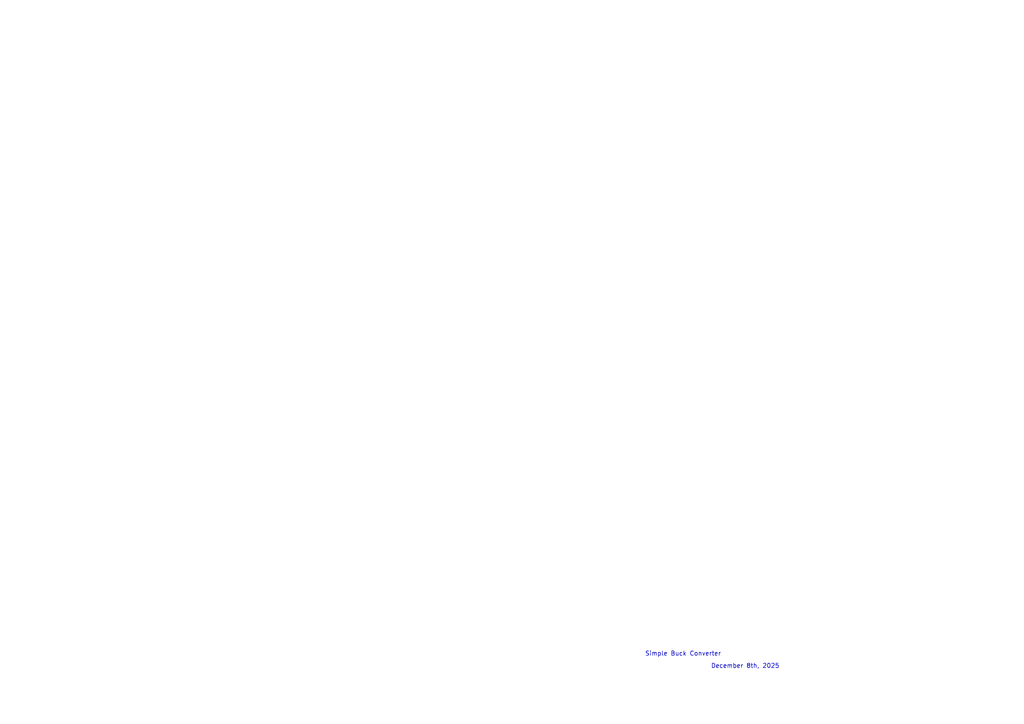
<source format=kicad_sch>
(kicad_sch
	(version 20250114)
	(generator "eeschema")
	(generator_version "9.0")
	(uuid "1a8b53e3-66b5-414b-95b6-34fa067fea58")
	(paper "A4")
	(lib_symbols)
	(text "Simple Buck Converter"
		(exclude_from_sim yes)
		(at 198.12 189.738 0)
		(effects
			(font
				(size 1.27 1.27)
			)
		)
		(uuid "b8ff5f66-0d06-4187-b10b-9ab3f3961705")
	)
	(text "December 8th, 2025"
		(exclude_from_sim yes)
		(at 216.154 193.294 0)
		(effects
			(font
				(size 1.27 1.27)
			)
		)
		(uuid "fb9a0b1a-f320-4196-b4f3-fa7470f41b1e")
	)
	(sheet_instances
		(path "/"
			(page "1")
		)
	)
	(embedded_fonts no)
)

</source>
